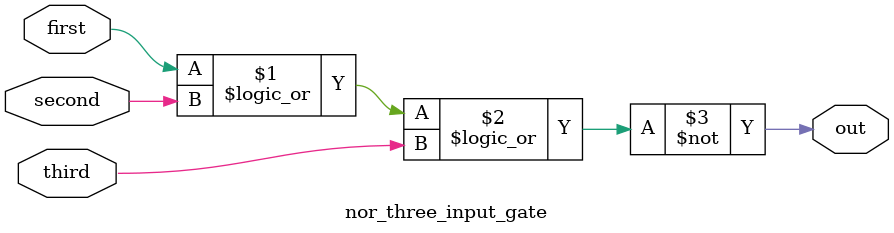
<source format=v>
`timescale 1ns/1ps

module nor_three_input_gate (
    first,second,third,
    out
);

  input first,second,third;
  output out;

  assign out = ~(first||second||third);

endmodule
</source>
